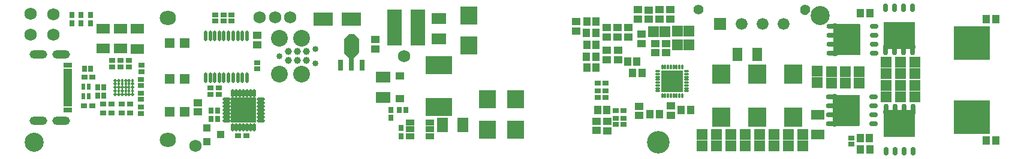
<source format=gbr>
%FSTAX23Y23*%
%MOIN*%
%SFA1B1*%

%IPPOS*%
%AMD83*
4,1,8,0.049300,0.000000,0.049300,0.000000,0.025600,0.023700,-0.025600,0.023700,-0.049300,0.000000,-0.049300,0.000000,-0.025600,-0.023700,0.025600,-0.023700,0.049300,0.000000,0.0*
1,1,0.047370,0.025600,0.000000*
1,1,0.047370,0.025600,0.000000*
1,1,0.047370,-0.025600,0.000000*
1,1,0.047370,-0.025600,0.000000*
%
%ADD71C,0.093504*%
%ADD72C,0.033465*%
%ADD73O,0.090551X0.078740*%
%ADD77C,0.018000*%
G04~CAMADD=83~8~0.0~0.0~473.7~985.5~236.8~0.0~15~0.0~0.0~0.0~0.0~0~0.0~0.0~0.0~0.0~0~0.0~0.0~0.0~270.0~986.0~474.0*
%ADD83D83*%
%ADD84C,0.065843*%
%ADD85C,0.056000*%
%ADD86R,0.065843X0.065843*%
%ADD87C,0.106425*%
%ADD88C,0.068000*%
%ADD89C,0.068000*%
%ADD90C,0.126110*%
%ADD100C,0.028000*%
%ADD101R,0.047370X0.031622*%
%ADD102R,0.047370X0.019811*%
%ADD103R,0.045402X0.041465*%
%ADD104R,0.063118X0.059181*%
%ADD105R,0.078866X0.059181*%
%ADD106R,0.047370X0.043433*%
%ADD107R,0.072961X0.055244*%
%ADD108R,0.078866X0.204850*%
%ADD109R,0.031622X0.063118*%
%ADD110R,0.031622X0.078866*%
%ADD111R,0.106425X0.074929*%
%ADD112R,0.031622X0.037528*%
%ADD113C,0.039496*%
%ADD114R,0.092646X0.104457*%
%ADD115R,0.145795X0.100520*%
%ADD116O,0.021654X0.059055*%
%ADD117O,0.011811X0.031496*%
%ADD118O,0.031496X0.011811*%
%ADD119R,0.122047X0.122047*%
%ADD120C,0.018236*%
%ADD121R,0.045402X0.033591*%
%ADD122R,0.037528X0.031622*%
%ADD123R,0.033197X0.031622*%
%ADD124R,0.059181X0.063118*%
%ADD125O,0.063118X0.027685*%
%ADD126O,0.047370X0.027685*%
%ADD127R,0.043433X0.047370*%
%ADD128R,0.104457X0.108394*%
%ADD129R,0.041465X0.045402*%
%ADD130O,0.027685X0.063118*%
%ADD131O,0.027685X0.047370*%
%ADD132R,0.055244X0.072961*%
%ADD133R,0.204850X0.185165*%
%ADD134R,0.023748X0.035559*%
%ADD135R,0.043433X0.039496*%
%ADD136R,0.031622X0.033197*%
%ADD137R,0.055244X0.055244*%
%ADD138O,0.045402X0.019811*%
%ADD139O,0.019811X0.045402*%
%ADD140R,0.139890X0.139890*%
%ADD141R,0.059181X0.078866*%
%ADD142R,0.045402X0.043433*%
%ADD143C,0.027685*%
%LNpcb_soldermask_top-1*%
%LPD*%
G36*
X0537Y01148D02*
X0537Y01148D01*
X05371Y01148*
X05371Y01147*
X05372Y01147*
X05372Y01147*
X05372Y01146*
X05373Y01146*
X05373Y01145*
X05373Y01145*
X05373Y01144*
X05373Y01144*
Y01024*
X05373Y01023*
X05374Y01021*
X05374Y01019*
X05375Y01017*
X05376Y01017*
X05376Y01017*
X05376Y01016*
X05376Y01016*
X05376Y01016*
X05376Y01016*
X05377Y01016*
X05377Y01016*
X05377Y01016*
X05377Y01016*
X05377Y01015*
X05377Y01015*
X05377Y01015*
X05377Y01015*
X05377Y01015*
X05377Y01015*
X05377Y01015*
X05377Y01015*
X05377Y01014*
X05377Y01014*
X05377Y01014*
X05377Y01014*
X05377Y01014*
Y01002*
X05377Y01002*
X05377Y01001*
X05377Y01001*
X05377Y01*
X05376Y01*
X05376Y00999*
X05376Y00999*
X05375Y00999*
X05375Y00998*
X05374Y00998*
X05374Y00998*
X05373Y00998*
X052*
X05199Y00998*
X05199Y00998*
X05198Y00998*
X05198Y00999*
X05197Y00999*
X05197Y00999*
X05197Y01*
X05196Y01*
X05196Y01001*
X05196Y01001*
X05196Y01002*
X05196Y01002*
Y01014*
Y01014*
X05196Y01014*
X05196Y01014*
X05196Y01014*
X05196Y01014*
X05196Y01015*
X05196Y01015*
X05196Y01015*
X05196Y01015*
X05196Y01015*
X05196Y01015*
X05196Y01015*
X05196Y01015*
X05196Y01016*
X05196Y01016*
X05196Y01016*
X05196Y01016*
X05197Y01016*
X05197Y01016*
X05197Y01016*
X05197Y01016*
X05197Y01017*
X05197Y01017*
X05198Y01017*
X05199Y01019*
X05199Y01021*
X052Y01023*
X052Y01024*
Y01144*
X052Y01144*
X052Y01145*
X052Y01145*
X052Y01146*
X05201Y01146*
X05201Y01147*
X05201Y01147*
X05202Y01147*
X05202Y01148*
X05203Y01148*
X05203Y01148*
X05204Y01148*
X05369*
X0537Y01148*
G37*
G36*
X04936Y01139D02*
X04936Y01139D01*
X04936Y01139*
X04936Y01139*
X04937Y01139*
X04937Y01139*
X04937Y01139*
X04937Y01139*
X04937Y01139*
X04937Y01139*
X04937Y01139*
X04937Y01139*
X04938Y01139*
X04938Y01139*
X04938Y01139*
X04938Y01139*
X04938Y01138*
X04938Y01138*
X04938Y01138*
X04938Y01138*
X04939Y01138*
X04939Y01138*
X04939Y01137*
X04941Y01136*
X04943Y01136*
X04945Y01135*
X04946Y01135*
X05066*
X05066Y01135*
X05067Y01135*
X05067Y01135*
X05068Y01135*
X05068Y01134*
X05069Y01134*
X05069Y01134*
X05069Y01133*
X0507Y01133*
X0507Y01132*
X0507Y01132*
X0507Y01131*
Y00966*
X0507Y00965*
X0507Y00965*
X0507Y00964*
X05069Y00964*
X05069Y00963*
X05069Y00963*
X05068Y00963*
X05068Y00962*
X05067Y00962*
X05067Y00962*
X05066Y00962*
X05066Y00962*
X04946*
X04945Y00962*
X04943Y00961*
X04941Y00961*
X04939Y0096*
X04939Y00959*
X04939Y00959*
X04938Y00959*
X04938Y00959*
X04938Y00959*
X04938Y00959*
X04938Y00958*
X04938Y00958*
X04938Y00958*
X04938Y00958*
X04937Y00958*
X04937Y00958*
X04937Y00958*
X04937Y00958*
X04937Y00958*
X04937Y00958*
X04937Y00958*
X04937Y00958*
X04936Y00958*
X04936Y00958*
X04936Y00958*
X04936Y00958*
X04936Y00958*
X04924*
X04924Y00958*
X04923Y00958*
X04923Y00958*
X04922Y00958*
X04922Y00959*
X04921Y00959*
X04921Y00959*
X04921Y0096*
X0492Y0096*
X0492Y00961*
X0492Y00961*
X0492Y00962*
Y01135*
X0492Y01136*
X0492Y01136*
X0492Y01137*
X04921Y01137*
X04921Y01138*
X04921Y01138*
X04922Y01138*
X04922Y01139*
X04923Y01139*
X04923Y01139*
X04924Y01139*
X04924Y01139*
X04936*
X04936Y01139*
G37*
G36*
X02254Y01081D02*
X02254Y01081D01*
X02255Y01081*
X02255Y0108*
X02256Y0108*
X02256Y0108*
X02282Y01054*
X02282Y01054*
X02282Y01053*
X02283Y01053*
X02283Y01052*
X02283Y01052*
X02283Y01051*
Y00977*
X02283Y00976*
X02283Y00975*
X02283Y00975*
X02282Y00975*
X02282Y00974*
X02282Y00974*
X02256Y00948*
X02256Y00948*
X02255Y00947*
X02255Y00947*
X02254Y00947*
X02254Y00947*
X02253Y00947*
X0223*
X02229Y00947*
X02229Y00947*
X02228Y00947*
X02228Y00947*
X02227Y00948*
X02227Y00948*
X02201Y00974*
X02201Y00974*
X02201Y00975*
X022Y00975*
X022Y00975*
X022Y00976*
X022Y00977*
Y01051*
X022Y01052*
X022Y01052*
X022Y01053*
X02201Y01053*
X02201Y01054*
X02201Y01054*
X02227Y0108*
X02227Y0108*
X02228Y0108*
X02228Y01081*
X02229Y01081*
X02229Y01081*
X0223Y01081*
X02253*
X02254Y01081*
G37*
G36*
X04933Y00745D02*
X04933Y00745D01*
X04933Y00745*
X04933Y00745*
X04934Y00745*
X04934Y00745*
X04934Y00745*
X04934Y00745*
X04934Y00745*
X04934Y00745*
X04934Y00745*
X04934Y00745*
X04935Y00745*
X04935Y00745*
X04935Y00745*
X04935Y00745*
X04935Y00744*
X04935Y00744*
X04935Y00744*
X04935Y00744*
X04936Y00744*
X04936Y00744*
X04936Y00743*
X04938Y00742*
X0494Y00742*
X04942Y00741*
X04943Y00741*
X05063*
X05063Y00741*
X05064Y00741*
X05064Y00741*
X05065Y00741*
X05065Y0074*
X05066Y0074*
X05066Y0074*
X05066Y00739*
X05067Y00739*
X05067Y00738*
X05067Y00738*
X05067Y00737*
Y00572*
X05067Y00571*
X05067Y00571*
X05067Y0057*
X05066Y0057*
X05066Y00569*
X05066Y00569*
X05065Y00569*
X05065Y00568*
X05064Y00568*
X05064Y00568*
X05063Y00568*
X05063Y00568*
X04943*
X04942Y00568*
X0494Y00567*
X04938Y00567*
X04936Y00566*
X04936Y00565*
X04936Y00565*
X04935Y00565*
X04935Y00565*
X04935Y00565*
X04935Y00565*
X04935Y00564*
X04935Y00564*
X04935Y00564*
X04935Y00564*
X04934Y00564*
X04934Y00564*
X04934Y00564*
X04934Y00564*
X04934Y00564*
X04934Y00564*
X04934Y00564*
X04934Y00564*
X04933Y00564*
X04933Y00564*
X04933Y00564*
X04933Y00564*
X04933Y00564*
X04921*
X04921Y00564*
X0492Y00564*
X0492Y00564*
X04919Y00564*
X04919Y00565*
X04918Y00565*
X04918Y00565*
X04918Y00566*
X04917Y00566*
X04917Y00567*
X04917Y00567*
X04917Y00568*
Y00741*
X04917Y00742*
X04917Y00742*
X04917Y00743*
X04918Y00743*
X04918Y00744*
X04918Y00744*
X04919Y00744*
X04919Y00745*
X0492Y00745*
X0492Y00745*
X04921Y00745*
X04921Y00745*
X04933*
X04933Y00745*
G37*
G36*
X05375Y00655D02*
X05375Y00655D01*
X05376Y00655*
X05376Y00654*
X05377Y00654*
X05377Y00654*
X05377Y00653*
X05378Y00653*
X05378Y00652*
X05378Y00652*
X05378Y00651*
X05378Y00651*
Y00639*
X05378Y00639*
X05378Y00639*
X05378Y00639*
X05378Y00639*
X05378Y00638*
X05378Y00638*
X05378Y00638*
X05378Y00638*
X05378Y00638*
X05378Y00638*
X05378Y00638*
X05378Y00638*
X05378Y00637*
X05378Y00637*
X05378Y00637*
X05378Y00637*
X05377Y00637*
X05377Y00637*
X05377Y00637*
X05377Y00637*
X05377Y00636*
X05377Y00636*
X05376Y00636*
X05375Y00634*
X05375Y00632*
X05374Y0063*
X05374Y00629*
Y00509*
X05374Y00509*
X05374Y00508*
X05374Y00508*
X05374Y00507*
X05373Y00507*
X05373Y00506*
X05373Y00506*
X05372Y00506*
X05372Y00505*
X05371Y00505*
X05371Y00505*
X0537Y00505*
X05205*
X05204Y00505*
X05204Y00505*
X05203Y00505*
X05203Y00506*
X05202Y00506*
X05202Y00506*
X05202Y00507*
X05201Y00507*
X05201Y00508*
X05201Y00508*
X05201Y00509*
X05201Y00509*
Y00629*
X05201Y0063*
X052Y00632*
X052Y00634*
X05199Y00636*
X05198Y00636*
X05198Y00636*
X05198Y00637*
X05198Y00637*
X05198Y00637*
X05198Y00637*
X05197Y00637*
X05197Y00637*
X05197Y00637*
X05197Y00637*
X05197Y00638*
X05197Y00638*
X05197Y00638*
X05197Y00638*
X05197Y00638*
X05197Y00638*
X05197Y00638*
X05197Y00638*
X05197Y00639*
X05197Y00639*
X05197Y00639*
X05197Y00639*
X05197Y00639*
Y00651*
X05197Y00651*
X05197Y00652*
X05197Y00652*
X05197Y00653*
X05198Y00653*
X05198Y00654*
X05198Y00654*
X05199Y00654*
X05199Y00655*
X052Y00655*
X052Y00655*
X05201Y00655*
X05374*
X05375Y00655*
G37*
G54D71*
X0184Y00858D03*
X01965D03*
Y01058D03*
X0184D03*
G54D72*
X0184Y00958D03*
X0204Y00998D03*
Y00918D03*
G54D73*
X01222Y0117D03*
Y00489D03*
G54D77*
X00986Y00762D03*
X01005Y00762D03*
X01025Y00762D03*
X01005Y00802D03*
Y00782D03*
X01025Y00821D03*
X00986Y00802D03*
X00966D03*
X00946D03*
X00966Y00821D03*
X00946Y00762D03*
G54D83*
X00626Y00965D03*
X00502D03*
X00626Y00598D03*
X00502D03*
G54D84*
X04645Y01138D03*
X04527D03*
X04409D03*
G54D85*
X04763Y01215D03*
X04172D03*
G54D86*
X0429Y01138D03*
G54D87*
X00476Y00476D03*
X04846Y01183D03*
G54D88*
X01375Y00458D03*
G54D89*
X00458Y01077D03*
Y01193D03*
X00584Y01191D03*
X02534Y00957D03*
X00584Y01077D03*
X019Y01172D03*
X01817D03*
X01729D03*
G54D90*
X03947Y00477D03*
G54D100*
X04777Y01215D02*
D01*
X04777Y01216*
X04777Y01217*
X04777Y01218*
X04776Y01219*
X04776Y01219*
X04776Y0122*
X04775Y01221*
X04775Y01222*
X04774Y01223*
X04774Y01224*
X04773Y01224*
X04772Y01225*
X04771Y01226*
X04771Y01226*
X0477Y01227*
X04769Y01227*
X04768Y01228*
X04767Y01228*
X04766Y01228*
X04765Y01228*
X04764Y01229*
X04763Y01229*
X04762*
X04761Y01229*
X0476Y01228*
X04759Y01228*
X04759Y01228*
X04758Y01228*
X04757Y01227*
X04756Y01227*
X04755Y01226*
X04754Y01226*
X04753Y01225*
X04753Y01224*
X04752Y01224*
X04752Y01223*
X04751Y01222*
X0475Y01221*
X0475Y0122*
X0475Y01219*
X04749Y01219*
X04749Y01218*
X04749Y01217*
X04749Y01216*
X04749Y01215*
X04749Y01214*
X04749Y01213*
X04749Y01212*
X04749Y01211*
X0475Y0121*
X0475Y01209*
X0475Y01208*
X04751Y01207*
X04752Y01206*
X04752Y01206*
X04753Y01205*
X04753Y01204*
X04754Y01204*
X04755Y01203*
X04756Y01203*
X04757Y01202*
X04758Y01202*
X04759Y01201*
X04759Y01201*
X0476Y01201*
X04761Y01201*
X04762Y01201*
X04763*
X04764Y01201*
X04765Y01201*
X04766Y01201*
X04767Y01201*
X04768Y01202*
X04769Y01202*
X0477Y01203*
X04771Y01203*
X04771Y01204*
X04772Y01204*
X04773Y01205*
X04774Y01206*
X04774Y01206*
X04775Y01207*
X04775Y01208*
X04776Y01209*
X04776Y0121*
X04776Y01211*
X04777Y01212*
X04777Y01213*
X04777Y01214*
X04777Y01215*
G54D101*
X00663Y00906D03*
Y00874D03*
Y00689D03*
Y00657D03*
G54D102*
X00663Y0085D03*
Y00831D03*
Y00811D03*
Y00791D03*
Y00772D03*
Y00752D03*
Y00732D03*
Y00713D03*
G54D103*
X01388Y00696D03*
Y00645D03*
X03661Y00937D03*
Y00989D03*
X03931Y00975D03*
Y01026D03*
X04017Y00679D03*
Y00628D03*
X0384Y00678D03*
Y00627D03*
X03665Y00541D03*
Y00592D03*
X03893Y01214D03*
Y01163D03*
X03855Y01079D03*
Y01028D03*
X03604Y00593D03*
Y00542D03*
X0378Y01116D03*
Y01064D03*
X03662D03*
Y01116D03*
X0399Y00975D03*
Y01026D03*
X01716Y01072D03*
Y01021D03*
G54D104*
X05213Y00793D03*
Y0073D03*
X04832Y00809D03*
Y00872D03*
X05373Y0073D03*
Y00793D03*
X05293Y0073D03*
Y00793D03*
X04986Y00808D03*
Y00871D03*
X04909Y00808D03*
Y00871D03*
X05213Y00924D03*
Y00861D03*
X05293Y00924D03*
Y00861D03*
X05373Y00924D03*
Y00861D03*
X05063Y00808D03*
Y00871D03*
X04752Y00458D03*
Y00521D03*
X04672Y00458D03*
Y00521D03*
X04592Y00458D03*
Y00521D03*
X04512Y00458D03*
Y00521D03*
X04432Y00458D03*
Y00521D03*
X04352Y00458D03*
Y00521D03*
X04272Y00458D03*
Y00521D03*
X04192Y00458D03*
Y00521D03*
G54D105*
X02726Y01053D03*
Y01168D03*
X02416Y00839D03*
Y00725D03*
G54D106*
X02374Y00997D03*
Y0105D03*
X03723Y00936D03*
Y00989D03*
X03489Y01096D03*
Y01149D03*
X03953Y01162D03*
Y01215D03*
X04014D03*
Y01162D03*
X03833D03*
Y01215D03*
X03721Y01064D03*
Y01117D03*
G54D107*
X01052Y00998D03*
Y01109D03*
X00956Y00999D03*
Y0111D03*
X0086Y00999D03*
Y0111D03*
X04833Y0052D03*
Y00631D03*
G54D108*
X02479Y01118D03*
X02612D03*
G54D109*
X02301Y00908D03*
X02182D03*
G54D110*
X02242Y00916D03*
G54D111*
X02085Y01163D03*
X02242D03*
G54D112*
X00688Y0114D03*
Y01185D03*
X00789Y01141D03*
Y01187D03*
X00738Y01186D03*
Y0114D03*
X02517Y00555D03*
Y0051D03*
X02459Y00613D03*
Y00658D03*
G54D113*
X0194Y00983D03*
X0199Y00933D03*
X0194D03*
X0189Y00983D03*
Y00933D03*
X0199Y00983D03*
G54D114*
X02997Y00716D03*
Y00547D03*
X03155Y00716D03*
Y00547D03*
X02895Y01184D03*
Y01015D03*
G54D115*
X02726Y00672D03*
Y00908D03*
G54D116*
X0166Y0107D03*
X01635D03*
X01609D03*
X01584D03*
X01558D03*
X01532D03*
X01507D03*
X01481D03*
X01456D03*
X0143D03*
X0166Y00837D03*
X01635D03*
X01609D03*
X01584D03*
X01558D03*
X01532D03*
X01507D03*
X01481D03*
X01456D03*
X0143D03*
G54D117*
X0408Y00896D03*
X04064D03*
X04048D03*
X04033D03*
X04017D03*
X04001D03*
X03985D03*
X0397D03*
Y00737D03*
X03985D03*
X04001D03*
X04017D03*
X04033D03*
X04048D03*
X04064D03*
X0408D03*
G54D118*
X03945Y00872D03*
Y00856D03*
Y0084D03*
Y00825D03*
Y00809D03*
Y00793D03*
Y00777D03*
Y00762D03*
X04105D03*
Y00777D03*
Y00793D03*
Y00809D03*
Y00825D03*
Y0084D03*
Y00856D03*
Y00872D03*
G54D119*
X04025Y00817D03*
G54D120*
X01025Y00743D03*
X01005D03*
X00986D03*
X00966D03*
X00946D03*
X00926D03*
X00966Y00762D03*
X00926D03*
X01025Y00782D03*
X00986D03*
X00966D03*
X00946D03*
X00926D03*
X01025Y00802D03*
X00926D03*
X01005Y00821D03*
X00986D03*
X00946D03*
X00926D03*
G54D121*
X02677Y00588D03*
Y00549D03*
Y00509D03*
X02568D03*
Y00549D03*
Y00588D03*
G54D122*
X0361Y00808D03*
X03655D03*
X0371Y00653D03*
X03755D03*
X00756Y00839D03*
X00802D03*
X00755Y00681D03*
X00801D03*
X01611Y00514D03*
X01656D03*
X00965Y00641D03*
X0101D03*
X00965Y00691D03*
X0101D03*
X00861Y00641D03*
X00907D03*
X00861Y00691D03*
X00907D03*
G54D123*
X0361Y00763D03*
Y00728D03*
X03754Y0061D03*
Y00575D03*
X05021Y005D03*
Y00465D03*
X03712Y0061D03*
Y00575D03*
X03655Y00763D03*
Y00728D03*
X01718Y00885D03*
Y0092D03*
X01072Y00793D03*
Y00828D03*
X00958Y00932D03*
Y00897D03*
X01073Y00905D03*
Y00871D03*
X01503Y00744D03*
Y00779D03*
X01458Y00744D03*
Y00779D03*
X01575Y01187D03*
Y01153D03*
X0153Y01187D03*
Y01153D03*
X01485Y01187D03*
Y01153D03*
X01005Y00897D03*
Y00932D03*
X00911Y00897D03*
Y00932D03*
X01072Y0075D03*
Y00715D03*
Y00672D03*
Y00637D03*
G54D124*
X03983Y01092D03*
X0392D03*
X04055Y01096D03*
X04118D03*
X04055Y01019D03*
X04118D03*
G54D125*
X04911Y0058D03*
Y0063D03*
Y0068D03*
Y0073D03*
X04914Y00974D03*
Y01024D03*
Y01074D03*
Y01124D03*
G54D126*
X05144Y0073D03*
Y0068D03*
Y0063D03*
Y0058D03*
X05147Y01124D03*
Y01074D03*
Y01024D03*
Y00974D03*
G54D127*
X05122Y005D03*
X05069D03*
X04127Y00656D03*
X04074D03*
X03548Y01085D03*
X03601D03*
X03548Y00954D03*
X03601D03*
X0507Y00437D03*
X05123D03*
X05071Y01197D03*
X05124D03*
X05823Y00486D03*
X0577D03*
X05824Y01162D03*
X05771D03*
X03954Y00633D03*
X03901D03*
G54D128*
X04496Y00855D03*
Y00616D03*
X04296Y00855D03*
Y00616D03*
X04696D03*
Y00855D03*
G54D129*
X03549Y00892D03*
X036D03*
X03549Y0115D03*
X036D03*
X03609Y00657D03*
X0366D03*
X036Y01019D03*
X03549D03*
X03827Y00925D03*
X03776D03*
X03856Y00863D03*
X03805D03*
G54D130*
X05213Y00661D03*
X05263D03*
X05313D03*
X05363D03*
X05362Y00992D03*
X05312D03*
X05262D03*
X05212D03*
G54D131*
X05363Y00428D03*
X05313D03*
X05263D03*
X05213D03*
X05212Y01225D03*
X05262D03*
X05312D03*
X05362D03*
G54D132*
X04497Y00968D03*
X04387D03*
G54D133*
X0569Y00618D03*
Y01031D03*
G54D134*
X00779Y00732D03*
X00751D03*
X00779Y00788D03*
X00751D03*
G54D135*
X01515Y00519D03*
X01436Y00481D03*
Y00556D03*
G54D136*
X00791Y00888D03*
X00756D03*
X01462Y00652D03*
X01496D03*
X01462Y00607D03*
X01496D03*
X00864Y00783D03*
X0083D03*
X00864Y00737D03*
X0083D03*
X02508Y00657D03*
X02543D03*
G54D137*
X01315Y0083D03*
X01232D03*
X01315Y00645D03*
X01232D03*
X01315Y01031D03*
X01232D03*
G54D138*
X01547Y00715D03*
Y00695D03*
Y00675D03*
Y00656D03*
Y00636D03*
Y00616D03*
Y00596D03*
X01736D03*
Y00616D03*
Y00636D03*
Y00656D03*
Y00675D03*
Y00695D03*
Y00715D03*
G54D139*
X01582Y00561D03*
X01602D03*
X01622D03*
X01642D03*
X01661D03*
X01681D03*
X01701D03*
Y0075D03*
X01681D03*
X01661D03*
X01642D03*
X01622D03*
X01602D03*
X01582D03*
G54D140*
X01642Y00656D03*
G54D141*
X02861Y00572D03*
X02746D03*
G54D142*
X02509Y00845D03*
Y00721D03*
G54D143*
X04068Y0086D03*
Y00773D03*
X03981Y0086D03*
Y00773D03*
X04025Y0086D03*
X04068Y00817D03*
X03981D03*
X04025Y00774D03*
M02*
</source>
